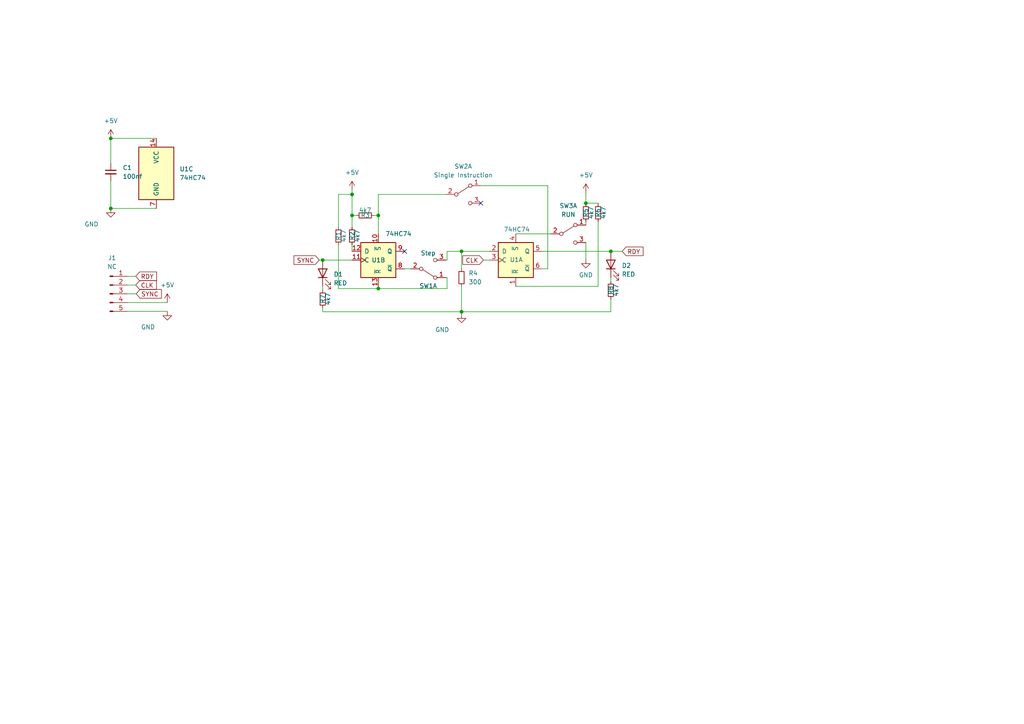
<source format=kicad_sch>
(kicad_sch (version 20211123) (generator eeschema)
  (paper "A4")
  (lib_symbols
    (symbol "74xx:74HC74" (pin_names (offset 1.016))
      (property "Reference" "U" (at -7.62 8.89 0))
      (property "Value" "74HC74" (at -7.62 -8.89 0))
      (symbol "74HC74_1_0"
        (pin input line (at 0 -7.62 90) (length 2.54) (name "~{R}") (number "1"))
        (pin input line (at -7.62 2.54 0) (length 2.54) (name "D") (number "2"))
        (pin input clock (at -7.62 0 0) (length 2.54) (name "C") (number "3"))
        (pin input line (at 0 7.62 270) (length 2.54) (name "~{S}") (number "4"))
        (pin output line (at 7.62 2.54 180) (length 2.54) (name "Q") (number "5"))
        (pin output line (at 7.62 -2.54 180) (length 2.54) (name "~{Q}") (number "6"))
      )
      (symbol "74HC74_1_1"
        (rectangle (start -5.08 5.08) (end 5.08 -5.08) (stroke (width 0.254)) (fill (type background)))
      )
      (symbol "74HC74_2_0"
        (pin input line (at 0 7.62 270) (length 2.54) (name "~{S}") (number "10"))
        (pin input clock (at -7.62 0 0) (length 2.54) (name "C") (number "11"))
        (pin input line (at -7.62 2.54 0) (length 2.54) (name "D") (number "12"))
        (pin input line (at 0 -7.62 90) (length 2.54) (name "~{R}") (number "13"))
        (pin output line (at 7.62 -2.54 180) (length 2.54) (name "~{Q}") (number "8"))
        (pin output line (at 7.62 2.54 180) (length 2.54) (name "Q") (number "9"))
      )
      (symbol "74HC74_2_1"
        (rectangle (start -5.08 5.08) (end 5.08 -5.08) (stroke (width 0.254)) (fill (type background)))
      )
      (symbol "74HC74_3_0"
        (pin power_in line (at 0 10.16 270) (length 2.54) (name "VCC") (number "14"))
        (pin power_in line (at 0 -10.16 90) (length 2.54) (name "GND") (number "7"))
      )
      (symbol "74HC74_3_1"
        (rectangle (start -5.08 7.62) (end 5.08 -7.62) (stroke (width 0.254)) (fill (type background)))
      )
    )
    (symbol "Connector:Conn_01x05_Male" (pin_names (offset 1.016) hide)
      (property "Reference" "J" (at 0 7.62 0))
      (property "Value" "Conn_01x05_Male" (at 0 -7.62 0))
      (symbol "Conn_01x05_Male_1_1"
        (polyline (pts (xy 1.27 -5.08) (xy 0.8636 -5.08)) (stroke (width 0.1524)))
        (polyline (pts (xy 1.27 -2.54) (xy 0.8636 -2.54)) (stroke (width 0.1524)))
        (polyline (pts (xy 1.27 0) (xy 0.8636 0)) (stroke (width 0.1524)))
        (polyline (pts (xy 1.27 2.54) (xy 0.8636 2.54)) (stroke (width 0.1524)))
        (polyline (pts (xy 1.27 5.08) (xy 0.8636 5.08)) (stroke (width 0.1524)))
        (rectangle (start 0.8636 -4.953) (end 0 -5.207) (stroke (width 0.1524)) (fill (type outline)))
        (rectangle (start 0.8636 -2.413) (end 0 -2.667) (stroke (width 0.1524)) (fill (type outline)))
        (rectangle (start 0.8636 0.127) (end 0 -0.127) (stroke (width 0.1524)) (fill (type outline)))
        (rectangle (start 0.8636 2.667) (end 0 2.413) (stroke (width 0.1524)) (fill (type outline)))
        (rectangle (start 0.8636 5.207) (end 0 4.953) (stroke (width 0.1524)) (fill (type outline)))
        (pin passive line (at 5.08 5.08 180) (length 3.81) (name "Pin_1") (number "1"))
        (pin passive line (at 5.08 2.54 180) (length 3.81) (name "Pin_2") (number "2"))
        (pin passive line (at 5.08 0 180) (length 3.81) (name "Pin_3") (number "3"))
        (pin passive line (at 5.08 -2.54 180) (length 3.81) (name "Pin_4") (number "4"))
        (pin passive line (at 5.08 -5.08 180) (length 3.81) (name "Pin_5") (number "5"))
      )
    )
    (symbol "Device:C_Small" (pin_numbers hide) (pin_names (offset 0.254) hide)
      (property "Reference" "C" (at 0.254 1.778 0))
      (property "Value" "C_Small" (at 0.254 -2.032 0))
      (symbol "C_Small_0_1"
        (polyline (pts (xy -1.524 -0.508) (xy 1.524 -0.508)) (stroke (width 0.3302)))
        (polyline (pts (xy -1.524 0.508) (xy 1.524 0.508)) (stroke (width 0.3048)))
      )
      (symbol "C_Small_1_1"
        (pin passive line (at 0 2.54 270) (length 2.032) (name "~") (number "1"))
        (pin passive line (at 0 -2.54 90) (length 2.032) (name "~") (number "2"))
      )
    )
    (symbol "Device:LED" (pin_numbers hide) (pin_names (offset 1.016) hide)
      (property "Reference" "D" (at 0 2.54 0))
      (property "Value" "LED" (at 0 -2.54 0))
      (symbol "LED_0_1"
        (polyline (pts (xy -1.27 -1.27) (xy -1.27 1.27)) (stroke (width 0.254)))
        (polyline (pts (xy -1.27 0) (xy 1.27 0)))
        (polyline (pts (xy 1.27 -1.27) (xy 1.27 1.27) (xy -1.27 0) (xy 1.27 -1.27)) (stroke (width 0.254)))
        (polyline (pts (xy -3.048 -0.762) (xy -4.572 -2.286) (xy -3.81 -2.286) (xy -4.572 -2.286) (xy -4.572 -1.524)))
        (polyline (pts (xy -1.778 -0.762) (xy -3.302 -2.286) (xy -2.54 -2.286) (xy -3.302 -2.286) (xy -3.302 -1.524)))
      )
      (symbol "LED_1_1"
        (pin passive line (at -3.81 0 0) (length 2.54) (name "K") (number "1"))
        (pin passive line (at 3.81 0 180) (length 2.54) (name "A") (number "2"))
      )
    )
    (symbol "Device:R_Small" (pin_numbers hide) (pin_names (offset 0.254) hide)
      (property "Reference" "R" (at 0.762 0.508 0))
      (property "Value" "R_Small" (at 0.762 -1.016 0))
      (symbol "R_Small_0_1"
        (rectangle (start -0.762 1.778) (end 0.762 -1.778) (stroke (width 0.2032)))
      )
      (symbol "R_Small_1_1"
        (pin passive line (at 0 2.54 270) (length 0.762) (name "~") (number "1"))
        (pin passive line (at 0 -2.54 90) (length 0.762) (name "~") (number "2"))
      )
    )
    (symbol "Switch:SW_DPDT_x2" (pin_names (offset 0) hide)
      (property "Reference" "SW" (at 0 4.318 0))
      (property "Value" "SW_DPDT_x2" (at 0 -5.08 0))
      (symbol "SW_DPDT_x2_0_0"
        (circle (center -2.032 0) (radius 0.508))
        (circle (center 2.032 -2.54) (radius 0.508))
      )
      (symbol "SW_DPDT_x2_0_1"
        (polyline (pts (xy -1.524 0.254) (xy 1.651 2.286)))
        (circle (center 2.032 2.54) (radius 0.508))
      )
      (symbol "SW_DPDT_x2_1_1"
        (pin passive line (at 5.08 2.54 180) (length 2.54) (name "A") (number "1"))
        (pin passive line (at -5.08 0 0) (length 2.54) (name "B") (number "2"))
        (pin passive line (at 5.08 -2.54 180) (length 2.54) (name "C") (number "3"))
      )
      (symbol "SW_DPDT_x2_2_1"
        (pin passive line (at 5.08 2.54 180) (length 2.54) (name "A") (number "4"))
        (pin passive line (at -5.08 0 0) (length 2.54) (name "B") (number "5"))
        (pin passive line (at 5.08 -2.54 180) (length 2.54) (name "C") (number "6"))
      )
    )
    (symbol "power:+5V" (power) (pin_names (offset 0))
      (property "Value" "+5V" (at 0 3.556 0))
      (symbol "+5V_0_1"
        (polyline (pts (xy -0.762 1.27) (xy 0 2.54)))
        (polyline (pts (xy 0 0) (xy 0 2.54)))
        (polyline (pts (xy 0 2.54) (xy 0.762 1.27)))
      )
      (symbol "+5V_1_1"
        (pin power_in line (at 0 0 90) (length 0) hide (name "+5V") (number "1"))
      )
    )
    (symbol "power:GND" (power) (pin_names (offset 0))
      (property "Value" "GND" (at 0 -3.81 0))
      (symbol "GND_0_1"
        (polyline (pts (xy 0 0) (xy 0 -1.27) (xy 1.27 -1.27) (xy 0 -2.54) (xy -1.27 -1.27) (xy 0 -1.27)))
      )
      (symbol "GND_1_1"
        (pin power_in line (at 0 0 270) (length 0) hide (name "GND") (number "1"))
      )
    )
  )
  (junction (at 109.728 83.693))
  (junction (at 133.858 72.898))
  (junction (at 102.108 62.484))
  (junction (at 32.131 60.452))
  (junction (at 102.108 56.388))
  (junction (at 32.131 40.132))
  (junction (at 133.858 90.424))
  (junction (at 169.926 58.928))
  (junction (at 177.165 72.898))
  (junction (at 109.728 62.484))
  (junction (at 93.599 75.438))
  (no_connect (at 117.348 72.898))
  (no_connect (at 139.446 58.928))
  (wire (pts (xy 129.667 80.518) (xy 129.667 83.693)))
  (wire (pts (xy 32.131 40.132) (xy 32.131 47.371)))
  (wire (pts (xy 149.606 67.818) (xy 159.766 67.818)))
  (wire (pts (xy 149.606 83.058) (xy 173.482 83.058)))
  (wire (pts (xy 93.599 83.058) (xy 93.599 84.201)))
  (wire (pts (xy 169.926 64.262) (xy 169.926 65.278)))
  (wire (pts (xy 169.926 58.928) (xy 169.926 59.182)))
  (wire (pts (xy 36.957 87.757) (xy 48.514 87.757)))
  (wire (pts (xy 139.446 53.848) (xy 158.877 53.848)))
  (wire (pts (xy 157.226 77.978) (xy 158.877 77.978)))
  (wire (pts (xy 129.286 80.518) (xy 129.667 80.518)))
  (wire (pts (xy 102.108 56.388) (xy 102.108 62.484)))
  (wire (pts (xy 173.482 59.182) (xy 173.482 58.928)))
  (wire (pts (xy 109.728 83.693) (xy 109.728 83.058)))
  (wire (pts (xy 98.171 65.913) (xy 98.171 56.388)))
  (wire (pts (xy 36.957 90.297) (xy 48.514 90.297)))
  (wire (pts (xy 93.599 90.424) (xy 133.858 90.424)))
  (wire (pts (xy 133.858 72.898) (xy 133.858 77.978)))
  (wire (pts (xy 177.165 72.898) (xy 180.467 72.898)))
  (wire (pts (xy 92.583 75.438) (xy 93.599 75.438)))
  (wire (pts (xy 102.108 55.118) (xy 102.108 56.388)))
  (wire (pts (xy 133.858 91.059) (xy 133.858 90.424)))
  (wire (pts (xy 102.108 62.484) (xy 103.378 62.484)))
  (wire (pts (xy 36.957 80.137) (xy 39.37 80.137)))
  (wire (pts (xy 98.171 56.388) (xy 102.108 56.388)))
  (wire (pts (xy 129.667 72.898) (xy 133.858 72.898)))
  (wire (pts (xy 177.165 86.741) (xy 177.165 90.424)))
  (wire (pts (xy 32.131 40.132) (xy 45.339 40.132)))
  (wire (pts (xy 133.858 83.058) (xy 133.858 90.424)))
  (wire (pts (xy 173.482 58.928) (xy 169.926 58.928)))
  (wire (pts (xy 109.728 56.388) (xy 129.286 56.388)))
  (wire (pts (xy 98.171 83.693) (xy 109.728 83.693)))
  (wire (pts (xy 93.599 75.438) (xy 102.108 75.438)))
  (wire (pts (xy 173.482 83.058) (xy 173.482 64.262)))
  (wire (pts (xy 102.108 70.993) (xy 102.108 72.898)))
  (wire (pts (xy 98.171 70.993) (xy 98.171 83.693)))
  (wire (pts (xy 36.957 82.677) (xy 39.37 82.677)))
  (wire (pts (xy 133.858 72.898) (xy 141.986 72.898)))
  (wire (pts (xy 109.728 56.388) (xy 109.728 62.484)))
  (wire (pts (xy 117.348 77.978) (xy 119.126 77.978)))
  (wire (pts (xy 109.728 62.484) (xy 109.728 67.818)))
  (wire (pts (xy 140.208 75.438) (xy 141.986 75.438)))
  (wire (pts (xy 158.877 53.848) (xy 158.877 77.978)))
  (wire (pts (xy 32.131 60.452) (xy 32.131 52.451)))
  (wire (pts (xy 177.165 90.424) (xy 133.858 90.424)))
  (wire (pts (xy 102.108 62.484) (xy 102.108 65.913)))
  (wire (pts (xy 93.599 89.281) (xy 93.599 90.424)))
  (wire (pts (xy 157.226 72.898) (xy 177.165 72.898)))
  (wire (pts (xy 129.667 75.438) (xy 129.286 75.438)))
  (wire (pts (xy 129.667 72.898) (xy 129.667 75.438)))
  (wire (pts (xy 169.926 55.88) (xy 169.926 58.928)))
  (wire (pts (xy 108.458 62.484) (xy 109.728 62.484)))
  (wire (pts (xy 109.728 83.693) (xy 129.667 83.693)))
  (wire (pts (xy 169.926 70.358) (xy 169.926 75.184)))
  (wire (pts (xy 177.165 80.518) (xy 177.165 81.661)))
  (wire (pts (xy 32.131 60.452) (xy 45.339 60.452)))
  (wire (pts (xy 36.957 85.217) (xy 39.497 85.217)))
  (global_label "CLK" (shape input) (at 140.208 75.438 180) (property "Intersheet References" "${INTERSHEET_REFS}" (effects hide)))
  (global_label "CLK" (shape input) (at 39.37 82.677 0) (property "Intersheet References" "${INTERSHEET_REFS}" (effects hide)))
  (global_label "RDY" (shape input) (at 180.467 72.898 0) (property "Intersheet References" "${INTERSHEET_REFS}" (effects hide)))
  (global_label "SYNC" (shape input) (at 92.583 75.438 180) (property "Intersheet References" "${INTERSHEET_REFS}" (effects hide)))
  (global_label "RDY" (shape input) (at 39.37 80.137 0) (property "Intersheet References" "${INTERSHEET_REFS}" (effects hide)))
  (global_label "SYNC" (shape input) (at 39.497 85.217 0) (property "Intersheet References" "${INTERSHEET_REFS}" (effects hide)))
  (symbol (lib_id "74xx:74HC74") (at 109.728 75.438 0) (unit 2)
    (property "Reference" "U1" (at 107.7468 75.438 0) (effects (justify left)))
    (property "Value" "74HC74" (at 111.7474 67.818 0) (effects (justify left)))
    (property "Footprint" "Package_SO:SO-14_3.9x8.65mm_P1.27mm" (effects hide))
    (property "Datasheet" "74xx/74hc_hct74.pdf" (effects hide))
    (property "LCSC" "C27597" (effects hide))
  )
  (symbol (lib_id "power:+5V") (at 48.514 87.757 0) (unit 1)
    (property "Reference" "#PWR0106" (effects hide))
    (property "Value" "+5V" (at 48.514 82.677 0))
  )
  (symbol (lib_id "Device:R_Small") (at 169.926 61.722 0) (mirror y) (unit 1)
    (property "Reference" "R5" (at 169.926 61.722 90))
    (property "Value" "4k7" (at 171.45 61.722 90))
    (property "Footprint" "Resistor_SMD:R_0805_2012Metric" (effects hide))
  )
  (symbol (lib_id "power:+5V") (at 102.108 55.118 0) (unit 1)
    (property "Reference" "#PWR0102" (effects hide))
    (property "Value" "+5V" (at 102.108 50.038 0))
  )
  (symbol (lib_id "Device:R_Small") (at 177.165 84.201 0) (mirror y) (unit 1)
    (property "Reference" "R8" (at 177.165 84.201 90))
    (property "Value" "4k7" (at 178.689 84.201 90))
    (property "Footprint" "Resistor_SMD:R_0805_2012Metric" (effects hide))
  )
  (symbol (lib_id "Device:R_Small") (at 133.858 80.518 0) (unit 1)
    (property "Reference" "R4" (at 135.89 79.2479 0) (effects (justify left)))
    (property "Value" "300" (at 135.89 81.7879 0) (effects (justify left)))
    (property "Footprint" "Resistor_SMD:R_0805_2012Metric" (effects hide))
  )
  (symbol (lib_id "Switch:SW_DPDT_x2") (at 164.846 67.818 0) (unit 1)
    (property "Reference" "SW3" (at 164.846 59.69 0))
    (property "Value" "RUN" (at 164.846 62.23 0))
    (property "Footprint" "XKB5858:XKB5858" (effects hide))
    (property "LCSC" "C840833" (effects hide))
  )
  (symbol (lib_id "power:GND") (at 169.926 75.184 0) (unit 1)
    (property "Reference" "#PWR0103" (effects hide))
    (property "Value" "GND" (at 169.926 79.756 0))
  )
  (symbol (lib_id "power:GND") (at 32.131 60.452 0) (unit 1)
    (property "Reference" "#PWR0107" (effects hide))
    (property "Value" "GND" (at 26.543 65.024 0))
  )
  (symbol (lib_id "Device:R_Small") (at 105.918 62.484 90) (mirror x) (unit 1)
    (property "Reference" "R3" (at 105.9688 62.4332 90))
    (property "Value" "4k7" (at 105.918 60.96 90))
    (property "Footprint" "Resistor_SMD:R_0805_2012Metric" (effects hide))
  )
  (symbol (lib_id "power:GND") (at 133.858 91.059 0) (unit 1)
    (property "Reference" "#PWR0101" (effects hide))
    (property "Value" "GND" (at 128.27 95.631 0))
  )
  (symbol (lib_id "Device:R_Small") (at 173.482 61.722 0) (mirror y) (unit 1)
    (property "Reference" "R6" (at 173.482 61.722 90))
    (property "Value" "4k7" (at 175.006 61.722 90))
    (property "Footprint" "Resistor_SMD:R_0805_2012Metric" (effects hide))
  )
  (symbol (lib_id "power:GND") (at 48.514 90.297 0) (unit 1)
    (property "Reference" "#PWR0105" (effects hide))
    (property "Value" "GND" (at 42.926 94.869 0))
  )
  (symbol (lib_id "Connector:Conn_01x05_Male") (at 31.877 85.217 0) (unit 1)
    (property "Reference" "J1" (at 32.512 74.803 0))
    (property "Value" "NC" (at 32.512 77.343 0))
    (property "Footprint" "Connector_PinHeader_2.54mm:PinHeader_1x05_P2.54mm_Horizontal" (effects hide))
  )
  (symbol (lib_id "74xx:74HC74") (at 149.606 75.438 0) (unit 1)
    (property "Reference" "U1" (at 147.828 75.311 0) (effects (justify left)))
    (property "Value" "74HC74" (at 146.05 66.548 0) (effects (justify left)))
    (property "Footprint" "Package_SO:SO-14_3.9x8.65mm_P1.27mm" (effects hide))
    (property "Datasheet" "74xx/74hc_hct74.pdf" (effects hide))
    (property "LCSC" "C27597" (effects hide))
  )
  (symbol (lib_id "Device:R_Small") (at 98.171 68.453 0) (mirror y) (unit 1)
    (property "Reference" "R1" (at 98.171 68.453 90))
    (property "Value" "4k7" (at 99.695 68.453 90))
    (property "Footprint" "Resistor_SMD:R_0805_2012Metric" (effects hide))
  )
  (symbol (lib_id "Switch:SW_DPDT_x2") (at 134.366 56.388 0) (unit 1)
    (property "Reference" "SW2" (at 134.366 48.26 0))
    (property "Value" "Single Instruction" (at 134.366 50.8 0))
    (property "Footprint" "XKB5858:XKB5858" (effects hide))
    (property "LCSC" "C840833" (effects hide))
  )
  (symbol (lib_id "Device:R_Small") (at 102.108 68.453 0) (mirror y) (unit 1)
    (property "Reference" "R2" (at 102.108 68.453 90))
    (property "Value" "4k7" (at 103.632 68.453 90))
    (property "Footprint" "Resistor_SMD:R_0805_2012Metric" (effects hide))
  )
  (symbol (lib_id "power:+5V") (at 32.131 40.132 0) (unit 1)
    (property "Reference" "#PWR0108" (effects hide))
    (property "Value" "+5V" (at 32.131 35.052 0))
  )
  (symbol (lib_id "Device:R_Small") (at 93.599 86.741 0) (mirror y) (unit 1)
    (property "Reference" "R7" (at 93.599 86.741 90))
    (property "Value" "4k7" (at 95.123 86.741 90))
    (property "Footprint" "Resistor_SMD:R_0805_2012Metric" (effects hide))
  )
  (symbol (lib_id "Device:LED") (at 177.165 76.708 90) (unit 1)
    (property "Reference" "D2" (at 180.34 77.0254 90) (effects (justify right)))
    (property "Value" "RED" (at 180.34 79.5654 90) (effects (justify right)))
    (property "Footprint" "LED_SMD:LED_0805_2012Metric" (effects hide))
  )
  (symbol (lib_id "Device:LED") (at 93.599 79.248 90) (unit 1)
    (property "Reference" "D1" (at 96.774 79.5654 90) (effects (justify right)))
    (property "Value" "RED" (at 96.774 82.1054 90) (effects (justify right)))
    (property "Footprint" "LED_SMD:LED_0805_2012Metric" (effects hide))
  )
  (symbol (lib_id "Device:C_Small") (at 32.131 49.911 0) (unit 1)
    (property "Reference" "C1" (at 35.56 48.6472 0) (effects (justify left)))
    (property "Value" "100nf" (at 35.56 51.1872 0) (effects (justify left)))
    (property "Footprint" "Capacitor_SMD:C_0805_2012Metric" (effects hide))
  )
  (symbol (lib_id "74xx:74HC74") (at 45.339 50.292 0) (unit 3)
    (property "Reference" "U1" (at 52.07 49.0219 0) (effects (justify left)))
    (property "Value" "74HC74" (at 52.07 51.5619 0) (effects (justify left)))
    (property "Footprint" "Package_SO:SO-14_3.9x8.65mm_P1.27mm" (effects hide))
    (property "Datasheet" "74xx/74hc_hct74.pdf" (effects hide))
    (property "LCSC" "C27597" (effects hide))
  )
  (symbol (lib_id "power:+5V") (at 169.926 55.88 0) (unit 1)
    (property "Reference" "#PWR0104" (effects hide))
    (property "Value" "+5V" (at 169.926 50.8 0))
  )
  (symbol (lib_id "Switch:SW_DPDT_x2") (at 124.206 77.978 0) (mirror x) (unit 1)
    (property "Reference" "SW1" (at 124.206 82.931 0))
    (property "Value" "Step" (at 124.206 73.406 0))
    (property "Footprint" "XKB5858:XKB5858" (effects hide))
    (property "LCSC" "C381091" (effects hide))
  )
)
</source>
